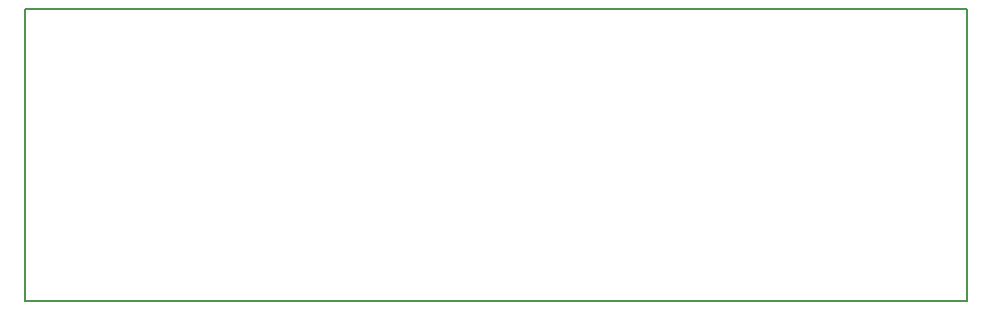
<source format=gbo>
G04 MADE WITH FRITZING*
G04 WWW.FRITZING.ORG*
G04 DOUBLE SIDED*
G04 HOLES PLATED*
G04 CONTOUR ON CENTER OF CONTOUR VECTOR*
%ASAXBY*%
%FSLAX23Y23*%
%MOIN*%
%OFA0B0*%
%SFA1.0B1.0*%
%ADD10R,3.149610X0.984252X3.133610X0.968252*%
%ADD11C,0.008000*%
%LNSILK0*%
G90*
G70*
G54D11*
X4Y980D02*
X3146Y980D01*
X3146Y4D01*
X4Y4D01*
X4Y980D01*
D02*
G04 End of Silk0*
M02*
</source>
